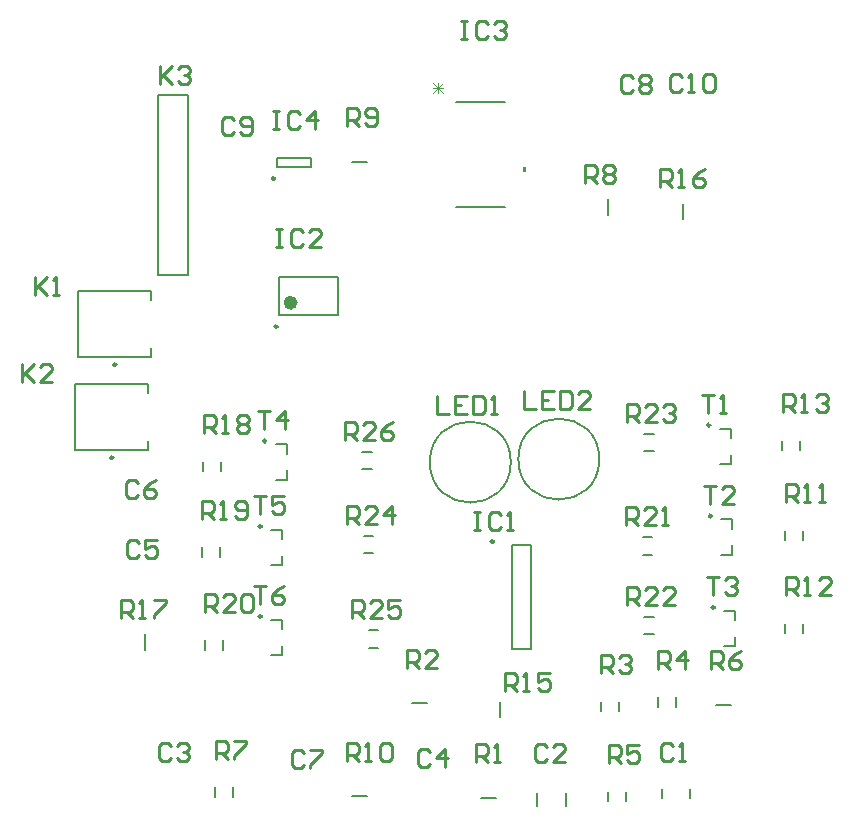
<source format=gto>
G04*
G04 #@! TF.GenerationSoftware,Altium Limited,Altium Designer,21.3.2 (30)*
G04*
G04 Layer_Color=65535*
%FSLAX25Y25*%
%MOIN*%
G70*
G04*
G04 #@! TF.SameCoordinates,A7B022F8-E884-4121-B654-9C37E9188DC7*
G04*
G04*
G04 #@! TF.FilePolarity,Positive*
G04*
G01*
G75*
%ADD10C,0.00984*%
%ADD11C,0.00787*%
%ADD12C,0.02362*%
%ADD13C,0.00600*%
%ADD14C,0.01000*%
%ADD15C,0.00300*%
G36*
X424700Y407565D02*
X425700D01*
Y406065D01*
X424700D01*
Y407565D01*
D02*
G37*
D10*
X337465Y257902D02*
G03*
X337465Y257902I-492J0D01*
G01*
Y287902D02*
G03*
X337465Y287902I-492J0D01*
G01*
X338965Y316402D02*
G03*
X338965Y316402I-492J0D01*
G01*
X488465Y260902D02*
G03*
X488465Y260902I-492J0D01*
G01*
X487465Y291402D02*
G03*
X487465Y291402I-492J0D01*
G01*
X486992Y321661D02*
G03*
X486992Y321661I-492J0D01*
G01*
X287992Y310850D02*
G03*
X287992Y310850I-492J0D01*
G01*
X288992Y341850D02*
G03*
X288992Y341850I-492J0D01*
G01*
X341882Y403882D02*
G03*
X341882Y403882I-492J0D01*
G01*
X342744Y354480D02*
G03*
X342744Y354480I-492J0D01*
G01*
X414847Y282858D02*
G03*
X414847Y282858I-492J0D01*
G01*
D11*
X450000Y310315D02*
G03*
X450000Y310315I-13500J0D01*
G01*
X420500Y309315D02*
G03*
X420500Y309315I-13500J0D01*
G01*
X417000Y224256D02*
Y229374D01*
X344256Y244910D02*
Y248059D01*
X340713Y244910D02*
X344256D01*
Y253571D02*
Y256720D01*
X340713D02*
X344256D01*
Y274909D02*
Y278059D01*
X340713Y274909D02*
X344256D01*
Y283571D02*
Y286720D01*
X340713D02*
X344256D01*
X345756Y303410D02*
Y306559D01*
X342213Y303410D02*
X345756D01*
Y312071D02*
Y315220D01*
X342213D02*
X345756D01*
X495256Y247909D02*
Y251059D01*
X491713Y247909D02*
X495256D01*
Y256571D02*
Y259720D01*
X491713D02*
X495256D01*
X494256Y278410D02*
Y281559D01*
X490713Y278410D02*
X494256D01*
Y287071D02*
Y290220D01*
X490713D02*
X494256D01*
X493784Y308669D02*
Y311819D01*
X490240Y308669D02*
X493784D01*
Y317331D02*
Y320480D01*
X490240D02*
X493784D01*
X370925Y312768D02*
X374075D01*
X370925Y306862D02*
X374075D01*
X373110Y253268D02*
X376260D01*
X373110Y247362D02*
X376260D01*
X371425Y284768D02*
X374575D01*
X371425Y278862D02*
X374575D01*
X464925Y318768D02*
X468075D01*
X464925Y312862D02*
X468075D01*
X464925Y257768D02*
X468075D01*
X464925Y251862D02*
X468075D01*
X464425Y278362D02*
X467575D01*
X464425Y284268D02*
X467575D01*
X318547Y246740D02*
Y249890D01*
X324453Y246740D02*
Y249890D01*
X317547Y277740D02*
Y280890D01*
X323453Y277740D02*
Y280890D01*
X318047Y306240D02*
Y309390D01*
X323953Y306240D02*
Y309390D01*
X298563Y246756D02*
Y251874D01*
X478000Y390256D02*
Y395374D01*
X511047Y313240D02*
Y316390D01*
X516953Y313240D02*
Y316390D01*
X512047Y252240D02*
Y255390D01*
X517953Y252240D02*
Y255390D01*
X512047Y283240D02*
Y286390D01*
X517953Y283240D02*
Y286390D01*
X367441Y197969D02*
X372559D01*
X367441Y409315D02*
X372559D01*
X453063Y391756D02*
Y396874D01*
X322047Y197740D02*
Y200890D01*
X327953Y197740D02*
Y200890D01*
X488941Y228378D02*
X494059D01*
X458953Y196240D02*
Y199390D01*
X453047Y196240D02*
Y199390D01*
X469547Y227740D02*
Y230890D01*
X475453Y227740D02*
Y230890D01*
X450547Y226240D02*
Y229390D01*
X456453Y226240D02*
Y229390D01*
X387441Y228878D02*
X392559D01*
X410441Y197315D02*
X415559D01*
X303000Y431815D02*
X313000D01*
X303000Y371815D02*
X313000D01*
X303000D02*
Y431815D01*
X313000Y371815D02*
Y431815D01*
X275295Y313409D02*
X299705D01*
X275295D02*
Y335221D01*
X299705D01*
Y313409D02*
Y316291D01*
Y332339D02*
Y335221D01*
X276295Y344409D02*
X300705D01*
X276295D02*
Y366220D01*
X300705D01*
Y344409D02*
Y347291D01*
Y363339D02*
Y366220D01*
X342571Y410673D02*
X353988D01*
X342571Y407524D02*
X353988D01*
Y410673D01*
X342571Y407524D02*
Y410673D01*
X362842Y358516D02*
Y371114D01*
X343158Y358516D02*
Y371114D01*
X362842D01*
X343158Y358516D02*
X362842D01*
X420850Y246992D02*
X427150D01*
X420850Y281638D02*
X427150D01*
Y246992D02*
Y281638D01*
X420850Y246992D02*
Y281638D01*
X438921Y194650D02*
Y198980D01*
X429079Y194650D02*
Y198980D01*
X480224Y197437D02*
Y200193D01*
X470776Y197437D02*
Y200193D01*
D12*
X348276Y362453D02*
G03*
X348276Y362453I-1181J0D01*
G01*
D13*
X402300Y429365D02*
X418700D01*
X402300Y394265D02*
X418700D01*
D14*
X418502Y233001D02*
Y238999D01*
X421501D01*
X422501Y237999D01*
Y236000D01*
X421501Y235000D01*
X418502D01*
X420502D02*
X422501Y233001D01*
X424501D02*
X426500D01*
X425500D01*
Y238999D01*
X424501Y237999D01*
X433498Y238999D02*
X429499D01*
Y236000D01*
X431498Y237000D01*
X432498D01*
X433498Y236000D01*
Y234001D01*
X432498Y233001D01*
X430499D01*
X429499Y234001D01*
X396003Y331499D02*
Y325501D01*
X400002D01*
X406000Y331499D02*
X402001D01*
Y325501D01*
X406000D01*
X402001Y328500D02*
X404001D01*
X407999Y331499D02*
Y325501D01*
X410998D01*
X411998Y326501D01*
Y330499D01*
X410998Y331499D01*
X407999D01*
X413997Y325501D02*
X415997D01*
X414997D01*
Y331499D01*
X413997Y330499D01*
X334800Y267898D02*
X338799D01*
X336799D01*
Y261900D01*
X344797Y267898D02*
X342797Y266898D01*
X340798Y264899D01*
Y262900D01*
X341798Y261900D01*
X343797D01*
X344797Y262900D01*
Y263899D01*
X343797Y264899D01*
X340798D01*
X334800Y297898D02*
X338799D01*
X336799D01*
Y291900D01*
X344797Y297898D02*
X340798D01*
Y294899D01*
X342797Y295899D01*
X343797D01*
X344797Y294899D01*
Y292900D01*
X343797Y291900D01*
X341798D01*
X340798Y292900D01*
X336300Y326398D02*
X340299D01*
X338299D01*
Y320400D01*
X345297D02*
Y326398D01*
X342298Y323399D01*
X346297D01*
X485800Y270898D02*
X489799D01*
X487799D01*
Y264900D01*
X491798Y269898D02*
X492798Y270898D01*
X494797D01*
X495797Y269898D01*
Y268899D01*
X494797Y267899D01*
X493797D01*
X494797D01*
X495797Y266899D01*
Y265900D01*
X494797Y264900D01*
X492798D01*
X491798Y265900D01*
X484800Y301398D02*
X488799D01*
X486799D01*
Y295400D01*
X494797D02*
X490798D01*
X494797Y299399D01*
Y300398D01*
X493797Y301398D01*
X491798D01*
X490798Y300398D01*
X484400Y331598D02*
X488399D01*
X486399D01*
Y325600D01*
X490398D02*
X492397D01*
X491398D01*
Y331598D01*
X490398Y330598D01*
X365400Y316800D02*
Y322798D01*
X368399D01*
X369399Y321798D01*
Y319799D01*
X368399Y318799D01*
X365400D01*
X367399D02*
X369399Y316800D01*
X375397D02*
X371398D01*
X375397Y320799D01*
Y321798D01*
X374397Y322798D01*
X372398D01*
X371398Y321798D01*
X381395Y322798D02*
X379396Y321798D01*
X377396Y319799D01*
Y317800D01*
X378396Y316800D01*
X380395D01*
X381395Y317800D01*
Y318799D01*
X380395Y319799D01*
X377396D01*
X367600Y257300D02*
Y263298D01*
X370599D01*
X371599Y262298D01*
Y260299D01*
X370599Y259299D01*
X367600D01*
X369599D02*
X371599Y257300D01*
X377597D02*
X373598D01*
X377597Y261299D01*
Y262298D01*
X376597Y263298D01*
X374598D01*
X373598Y262298D01*
X383595Y263298D02*
X379596D01*
Y260299D01*
X381595Y261299D01*
X382595D01*
X383595Y260299D01*
Y258300D01*
X382595Y257300D01*
X380596D01*
X379596Y258300D01*
X365900Y288800D02*
Y294798D01*
X368899D01*
X369899Y293798D01*
Y291799D01*
X368899Y290799D01*
X365900D01*
X367899D02*
X369899Y288800D01*
X375897D02*
X371898D01*
X375897Y292799D01*
Y293798D01*
X374897Y294798D01*
X372898D01*
X371898Y293798D01*
X380895Y288800D02*
Y294798D01*
X377896Y291799D01*
X381895D01*
X459400Y322800D02*
Y328798D01*
X462399D01*
X463399Y327798D01*
Y325799D01*
X462399Y324799D01*
X459400D01*
X461399D02*
X463399Y322800D01*
X469397D02*
X465398D01*
X469397Y326799D01*
Y327798D01*
X468397Y328798D01*
X466398D01*
X465398Y327798D01*
X471396D02*
X472396Y328798D01*
X474395D01*
X475395Y327798D01*
Y326799D01*
X474395Y325799D01*
X473395D01*
X474395D01*
X475395Y324799D01*
Y323800D01*
X474395Y322800D01*
X472396D01*
X471396Y323800D01*
X459400Y261800D02*
Y267798D01*
X462399D01*
X463399Y266798D01*
Y264799D01*
X462399Y263799D01*
X459400D01*
X461399D02*
X463399Y261800D01*
X469397D02*
X465398D01*
X469397Y265799D01*
Y266798D01*
X468397Y267798D01*
X466398D01*
X465398Y266798D01*
X475395Y261800D02*
X471396D01*
X475395Y265799D01*
Y266798D01*
X474395Y267798D01*
X472396D01*
X471396Y266798D01*
X458900Y288300D02*
Y294298D01*
X461899D01*
X462899Y293298D01*
Y291299D01*
X461899Y290299D01*
X458900D01*
X460899D02*
X462899Y288300D01*
X468897D02*
X464898D01*
X468897Y292299D01*
Y293298D01*
X467897Y294298D01*
X465898D01*
X464898Y293298D01*
X470896Y288300D02*
X472895D01*
X471896D01*
Y294298D01*
X470896Y293298D01*
X318600Y259400D02*
Y265398D01*
X321599D01*
X322599Y264398D01*
Y262399D01*
X321599Y261399D01*
X318600D01*
X320599D02*
X322599Y259400D01*
X328597D02*
X324598D01*
X328597Y263399D01*
Y264398D01*
X327597Y265398D01*
X325598D01*
X324598Y264398D01*
X330596D02*
X331596Y265398D01*
X333595D01*
X334595Y264398D01*
Y260400D01*
X333595Y259400D01*
X331596D01*
X330596Y260400D01*
Y264398D01*
X317600Y290400D02*
Y296398D01*
X320599D01*
X321599Y295398D01*
Y293399D01*
X320599Y292399D01*
X317600D01*
X319599D02*
X321599Y290400D01*
X323598D02*
X325597D01*
X324598D01*
Y296398D01*
X323598Y295398D01*
X328596Y291400D02*
X329596Y290400D01*
X331595D01*
X332595Y291400D01*
Y295398D01*
X331595Y296398D01*
X329596D01*
X328596Y295398D01*
Y294399D01*
X329596Y293399D01*
X332595D01*
X318100Y318900D02*
Y324898D01*
X321099D01*
X322099Y323898D01*
Y321899D01*
X321099Y320899D01*
X318100D01*
X320099D02*
X322099Y318900D01*
X324098D02*
X326097D01*
X325098D01*
Y324898D01*
X324098Y323898D01*
X329096D02*
X330096Y324898D01*
X332096D01*
X333095Y323898D01*
Y322899D01*
X332096Y321899D01*
X333095Y320899D01*
Y319900D01*
X332096Y318900D01*
X330096D01*
X329096Y319900D01*
Y320899D01*
X330096Y321899D01*
X329096Y322899D01*
Y323898D01*
X330096Y321899D02*
X332096D01*
X290700Y257400D02*
Y263398D01*
X293699D01*
X294699Y262398D01*
Y260399D01*
X293699Y259399D01*
X290700D01*
X292699D02*
X294699Y257400D01*
X296698D02*
X298697D01*
X297698D01*
Y263398D01*
X296698Y262398D01*
X301696Y263398D02*
X305695D01*
Y262398D01*
X301696Y258400D01*
Y257400D01*
X470100Y400900D02*
Y406898D01*
X473099D01*
X474099Y405898D01*
Y403899D01*
X473099Y402899D01*
X470100D01*
X472099D02*
X474099Y400900D01*
X476098D02*
X478097D01*
X477098D01*
Y406898D01*
X476098Y405898D01*
X485095Y406898D02*
X483096Y405898D01*
X481096Y403899D01*
Y401900D01*
X482096Y400900D01*
X484095D01*
X485095Y401900D01*
Y402899D01*
X484095Y403899D01*
X481096D01*
X511100Y325900D02*
Y331898D01*
X514099D01*
X515099Y330898D01*
Y328899D01*
X514099Y327899D01*
X511100D01*
X513099D02*
X515099Y325900D01*
X517098D02*
X519097D01*
X518098D01*
Y331898D01*
X517098Y330898D01*
X522096D02*
X523096Y331898D01*
X525096D01*
X526095Y330898D01*
Y329899D01*
X525096Y328899D01*
X524096D01*
X525096D01*
X526095Y327899D01*
Y326900D01*
X525096Y325900D01*
X523096D01*
X522096Y326900D01*
X512100Y264900D02*
Y270898D01*
X515099D01*
X516099Y269898D01*
Y267899D01*
X515099Y266899D01*
X512100D01*
X514099D02*
X516099Y264900D01*
X518098D02*
X520097D01*
X519098D01*
Y270898D01*
X518098Y269898D01*
X527095Y264900D02*
X523096D01*
X527095Y268899D01*
Y269898D01*
X526095Y270898D01*
X524096D01*
X523096Y269898D01*
X512100Y295900D02*
Y301898D01*
X515099D01*
X516099Y300898D01*
Y298899D01*
X515099Y297899D01*
X512100D01*
X514099D02*
X516099Y295900D01*
X518098D02*
X520097D01*
X519098D01*
Y301898D01*
X518098Y300898D01*
X523096Y295900D02*
X525096D01*
X524096D01*
Y301898D01*
X523096Y300898D01*
X365900Y209800D02*
Y215798D01*
X368899D01*
X369899Y214798D01*
Y212799D01*
X368899Y211799D01*
X365900D01*
X367899D02*
X369899Y209800D01*
X371898D02*
X373897D01*
X372898D01*
Y215798D01*
X371898Y214798D01*
X376896D02*
X377896Y215798D01*
X379895D01*
X380895Y214798D01*
Y210800D01*
X379895Y209800D01*
X377896D01*
X376896Y210800D01*
Y214798D01*
X322100Y210400D02*
Y216398D01*
X325099D01*
X326099Y215398D01*
Y213399D01*
X325099Y212399D01*
X322100D01*
X324099D02*
X326099Y210400D01*
X328098Y216398D02*
X332097D01*
Y215398D01*
X328098Y211400D01*
Y210400D01*
X487400Y240200D02*
Y246198D01*
X490399D01*
X491399Y245198D01*
Y243199D01*
X490399Y242199D01*
X487400D01*
X489399D02*
X491399Y240200D01*
X497397Y246198D02*
X495397Y245198D01*
X493398Y243199D01*
Y241200D01*
X494398Y240200D01*
X496397D01*
X497397Y241200D01*
Y242199D01*
X496397Y243199D01*
X493398D01*
X453100Y208900D02*
Y214898D01*
X456099D01*
X457099Y213898D01*
Y211899D01*
X456099Y210899D01*
X453100D01*
X455099D02*
X457099Y208900D01*
X463097Y214898D02*
X459098D01*
Y211899D01*
X461097Y212899D01*
X462097D01*
X463097Y211899D01*
Y209900D01*
X462097Y208900D01*
X460098D01*
X459098Y209900D01*
X469600Y240400D02*
Y246398D01*
X472599D01*
X473599Y245398D01*
Y243399D01*
X472599Y242399D01*
X469600D01*
X471599D02*
X473599Y240400D01*
X478597D02*
Y246398D01*
X475598Y243399D01*
X479597D01*
X450600Y238900D02*
Y244898D01*
X453599D01*
X454599Y243898D01*
Y241899D01*
X453599Y240899D01*
X450600D01*
X452599D02*
X454599Y238900D01*
X456598Y243898D02*
X457598Y244898D01*
X459597D01*
X460597Y243898D01*
Y242899D01*
X459597Y241899D01*
X458597D01*
X459597D01*
X460597Y240899D01*
Y239900D01*
X459597Y238900D01*
X457598D01*
X456598Y239900D01*
X385900Y240700D02*
Y246698D01*
X388899D01*
X389899Y245698D01*
Y243699D01*
X388899Y242699D01*
X385900D01*
X387899D02*
X389899Y240700D01*
X395897D02*
X391898D01*
X395897Y244699D01*
Y245698D01*
X394897Y246698D01*
X392898D01*
X391898Y245698D01*
X408900Y209200D02*
Y215198D01*
X411899D01*
X412899Y214198D01*
Y212199D01*
X411899Y211199D01*
X408900D01*
X410899D02*
X412899Y209200D01*
X414898D02*
X416897D01*
X415898D01*
Y215198D01*
X414898Y214198D01*
X425004Y332999D02*
Y327001D01*
X429002D01*
X435000Y332999D02*
X431002D01*
Y327001D01*
X435000D01*
X431002Y330000D02*
X433001D01*
X437000Y332999D02*
Y327001D01*
X439999D01*
X440998Y328001D01*
Y331999D01*
X439999Y332999D01*
X437000D01*
X446996Y327001D02*
X442998D01*
X446996Y331000D01*
Y331999D01*
X445997Y332999D01*
X443997D01*
X442998Y331999D01*
X303600Y441198D02*
Y435200D01*
Y437199D01*
X307599Y441198D01*
X304600Y438199D01*
X307599Y435200D01*
X309598Y440198D02*
X310598Y441198D01*
X312597D01*
X313597Y440198D01*
Y439199D01*
X312597Y438199D01*
X311597D01*
X312597D01*
X313597Y437199D01*
Y436200D01*
X312597Y435200D01*
X310598D01*
X309598Y436200D01*
X477699Y437598D02*
X476699Y438598D01*
X474700D01*
X473700Y437598D01*
Y433600D01*
X474700Y432600D01*
X476699D01*
X477699Y433600D01*
X479698Y432600D02*
X481697D01*
X480698D01*
Y438598D01*
X479698Y437598D01*
X484696D02*
X485696Y438598D01*
X487696D01*
X488695Y437598D01*
Y433600D01*
X487696Y432600D01*
X485696D01*
X484696Y433600D01*
Y437598D01*
X328199Y423298D02*
X327199Y424298D01*
X325200D01*
X324200Y423298D01*
Y419300D01*
X325200Y418300D01*
X327199D01*
X328199Y419300D01*
X330198D02*
X331198Y418300D01*
X333197D01*
X334197Y419300D01*
Y423298D01*
X333197Y424298D01*
X331198D01*
X330198Y423298D01*
Y422299D01*
X331198Y421299D01*
X334197D01*
X351699Y212298D02*
X350699Y213298D01*
X348700D01*
X347700Y212298D01*
Y208300D01*
X348700Y207300D01*
X350699D01*
X351699Y208300D01*
X353698Y213298D02*
X357697D01*
Y212298D01*
X353698Y208300D01*
Y207300D01*
X296199Y302198D02*
X295199Y303198D01*
X293200D01*
X292200Y302198D01*
Y298200D01*
X293200Y297200D01*
X295199D01*
X296199Y298200D01*
X302197Y303198D02*
X300197Y302198D01*
X298198Y300199D01*
Y298200D01*
X299198Y297200D01*
X301197D01*
X302197Y298200D01*
Y299199D01*
X301197Y300199D01*
X298198D01*
X296599Y282198D02*
X295599Y283198D01*
X293600D01*
X292600Y282198D01*
Y278200D01*
X293600Y277200D01*
X295599D01*
X296599Y278200D01*
X302597Y283198D02*
X298598D01*
Y280199D01*
X300597Y281199D01*
X301597D01*
X302597Y280199D01*
Y278200D01*
X301597Y277200D01*
X299598D01*
X298598Y278200D01*
X393699Y212598D02*
X392699Y213598D01*
X390700D01*
X389700Y212598D01*
Y208600D01*
X390700Y207600D01*
X392699D01*
X393699Y208600D01*
X398697Y207600D02*
Y213598D01*
X395698Y210599D01*
X399697D01*
X307199Y214798D02*
X306199Y215798D01*
X304200D01*
X303200Y214798D01*
Y210800D01*
X304200Y209800D01*
X306199D01*
X307199Y210800D01*
X309198Y214798D02*
X310198Y215798D01*
X312197D01*
X313197Y214798D01*
Y213799D01*
X312197Y212799D01*
X311197D01*
X312197D01*
X313197Y211799D01*
Y210800D01*
X312197Y209800D01*
X310198D01*
X309198Y210800D01*
X365900Y421200D02*
Y427198D01*
X368899D01*
X369899Y426198D01*
Y424199D01*
X368899Y423199D01*
X365900D01*
X367899D02*
X369899Y421200D01*
X371898Y422200D02*
X372898Y421200D01*
X374897D01*
X375897Y422200D01*
Y426198D01*
X374897Y427198D01*
X372898D01*
X371898Y426198D01*
Y425199D01*
X372898Y424199D01*
X375897D01*
X445200Y402400D02*
Y408398D01*
X448199D01*
X449199Y407398D01*
Y405399D01*
X448199Y404399D01*
X445200D01*
X447199D02*
X449199Y402400D01*
X451198Y407398D02*
X452198Y408398D01*
X454197D01*
X455197Y407398D01*
Y406399D01*
X454197Y405399D01*
X455197Y404399D01*
Y403400D01*
X454197Y402400D01*
X452198D01*
X451198Y403400D01*
Y404399D01*
X452198Y405399D01*
X451198Y406399D01*
Y407398D01*
X452198Y405399D02*
X454197D01*
X257502Y341999D02*
Y336001D01*
Y338000D01*
X261500Y341999D01*
X258501Y339000D01*
X261500Y336001D01*
X267498D02*
X263500D01*
X267498Y340000D01*
Y340999D01*
X266499Y341999D01*
X264499D01*
X263500Y340999D01*
X262001Y370999D02*
Y365001D01*
Y367000D01*
X266000Y370999D01*
X263001Y368000D01*
X266000Y365001D01*
X267999D02*
X269999D01*
X268999D01*
Y370999D01*
X267999Y369999D01*
X342300Y387098D02*
X344299D01*
X343300D01*
Y381100D01*
X342300D01*
X344299D01*
X351297Y386098D02*
X350297Y387098D01*
X348298D01*
X347298Y386098D01*
Y382100D01*
X348298Y381100D01*
X350297D01*
X351297Y382100D01*
X357295Y381100D02*
X353296D01*
X357295Y385099D01*
Y386098D01*
X356295Y387098D01*
X354296D01*
X353296Y386098D01*
X408400Y292798D02*
X410399D01*
X409400D01*
Y286800D01*
X408400D01*
X410399D01*
X417397Y291798D02*
X416397Y292798D01*
X414398D01*
X413398Y291798D01*
Y287800D01*
X414398Y286800D01*
X416397D01*
X417397Y287800D01*
X419396Y286800D02*
X421396D01*
X420396D01*
Y292798D01*
X419396Y291798D01*
X341400Y426498D02*
X343399D01*
X342400D01*
Y420500D01*
X341400D01*
X343399D01*
X350397Y425498D02*
X349397Y426498D01*
X347398D01*
X346398Y425498D01*
Y421500D01*
X347398Y420500D01*
X349397D01*
X350397Y421500D01*
X355396Y420500D02*
Y426498D01*
X352396Y423499D01*
X356395D01*
X404002Y456499D02*
X406002D01*
X405002D01*
Y450501D01*
X404002D01*
X406002D01*
X412999Y455499D02*
X412000Y456499D01*
X410001D01*
X409001Y455499D01*
Y451501D01*
X410001Y450501D01*
X412000D01*
X412999Y451501D01*
X414999Y455499D02*
X415999Y456499D01*
X417998D01*
X418998Y455499D01*
Y454500D01*
X417998Y453500D01*
X416998D01*
X417998D01*
X418998Y452500D01*
Y451501D01*
X417998Y450501D01*
X415999D01*
X414999Y451501D01*
X474699Y214598D02*
X473699Y215598D01*
X471700D01*
X470700Y214598D01*
Y210600D01*
X471700Y209600D01*
X473699D01*
X474699Y210600D01*
X476698Y209600D02*
X478697D01*
X477698D01*
Y215598D01*
X476698Y214598D01*
X432599Y214198D02*
X431599Y215198D01*
X429600D01*
X428600Y214198D01*
Y210200D01*
X429600Y209200D01*
X431599D01*
X432599Y210200D01*
X438597Y209200D02*
X434598D01*
X438597Y213199D01*
Y214198D01*
X437597Y215198D01*
X435598D01*
X434598Y214198D01*
X461199Y437298D02*
X460199Y438298D01*
X458200D01*
X457200Y437298D01*
Y433300D01*
X458200Y432300D01*
X460199D01*
X461199Y433300D01*
X463198Y437298D02*
X464198Y438298D01*
X466197D01*
X467197Y437298D01*
Y436299D01*
X466197Y435299D01*
X467197Y434299D01*
Y433300D01*
X466197Y432300D01*
X464198D01*
X463198Y433300D01*
Y434299D01*
X464198Y435299D01*
X463198Y436299D01*
Y437298D01*
X464198Y435299D02*
X466197D01*
D15*
X394500Y435665D02*
X397832Y432333D01*
X394500D02*
X397832Y435665D01*
X394500Y433999D02*
X397832D01*
X396166Y432333D02*
Y435665D01*
M02*

</source>
